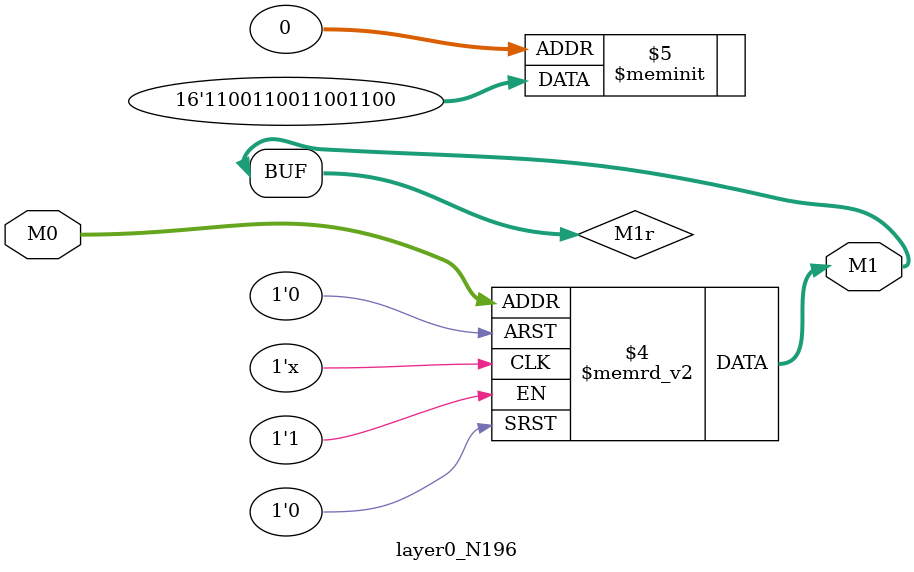
<source format=v>
module layer0_N196 ( input [2:0] M0, output [1:0] M1 );

	(*rom_style = "distributed" *) reg [1:0] M1r;
	assign M1 = M1r;
	always @ (M0) begin
		case (M0)
			3'b000: M1r = 2'b00;
			3'b100: M1r = 2'b00;
			3'b010: M1r = 2'b00;
			3'b110: M1r = 2'b00;
			3'b001: M1r = 2'b11;
			3'b101: M1r = 2'b11;
			3'b011: M1r = 2'b11;
			3'b111: M1r = 2'b11;

		endcase
	end
endmodule

</source>
